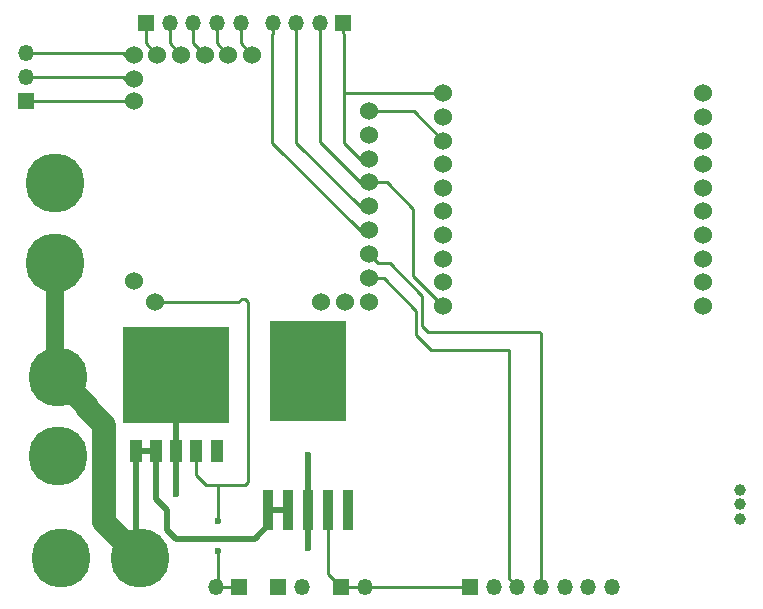
<source format=gbr>
G04 #@! TF.GenerationSoftware,KiCad,Pcbnew,5.0.0-rc3-unknown-3e22e5c~65~ubuntu16.04.1*
G04 #@! TF.CreationDate,2018-07-12T16:40:26-04:00*
G04 #@! TF.ProjectId,Phoenix_schema_ver3,50686F656E69785F736368656D615F76,rev?*
G04 #@! TF.SameCoordinates,Original*
G04 #@! TF.FileFunction,Copper,L1,Top,Signal*
G04 #@! TF.FilePolarity,Positive*
%FSLAX46Y46*%
G04 Gerber Fmt 4.6, Leading zero omitted, Abs format (unit mm)*
G04 Created by KiCad (PCBNEW 5.0.0-rc3-unknown-3e22e5c~65~ubuntu16.04.1) date Thu Jul 12 16:40:26 2018*
%MOMM*%
%LPD*%
G01*
G04 APERTURE LIST*
G04 #@! TA.AperFunction,ComponentPad*
%ADD10C,1.524000*%
G04 #@! TD*
G04 #@! TA.AperFunction,ComponentPad*
%ADD11O,1.350000X1.350000*%
G04 #@! TD*
G04 #@! TA.AperFunction,ComponentPad*
%ADD12R,1.350000X1.350000*%
G04 #@! TD*
G04 #@! TA.AperFunction,ComponentPad*
%ADD13C,1.000000*%
G04 #@! TD*
G04 #@! TA.AperFunction,ComponentPad*
%ADD14C,5.000000*%
G04 #@! TD*
G04 #@! TA.AperFunction,SMDPad,CuDef*
%ADD15R,0.965200X3.505200*%
G04 #@! TD*
G04 #@! TA.AperFunction,SMDPad,CuDef*
%ADD16R,6.553200X8.458200*%
G04 #@! TD*
G04 #@! TA.AperFunction,SMDPad,CuDef*
%ADD17R,1.060000X1.920000*%
G04 #@! TD*
G04 #@! TA.AperFunction,SMDPad,CuDef*
%ADD18R,9.090000X8.120000*%
G04 #@! TD*
G04 #@! TA.AperFunction,ViaPad*
%ADD19C,0.600000*%
G04 #@! TD*
G04 #@! TA.AperFunction,Conductor*
%ADD20C,0.250000*%
G04 #@! TD*
G04 #@! TA.AperFunction,Conductor*
%ADD21C,0.500000*%
G04 #@! TD*
G04 #@! TA.AperFunction,Conductor*
%ADD22C,1.500000*%
G04 #@! TD*
G04 #@! TA.AperFunction,Conductor*
%ADD23C,2.000000*%
G04 #@! TD*
G04 APERTURE END LIST*
D10*
G04 #@! TO.P,ELKA,D*
G04 #@! TO.N,Net-(E1-PadD)*
X133170477Y-85667204D03*
G04 #@! TO.P,ELKA,C*
G04 #@! TO.N,Net-(E1-PadC)*
X133170477Y-83667204D03*
G04 #@! TO.P,ELKA,B*
G04 #@! TO.N,Net-(E1-PadB)*
X133170477Y-81667204D03*
G04 #@! TO.P,ELKA,A*
G04 #@! TO.N,Net-(E1-PadA)*
X133170477Y-79667204D03*
G04 #@! TO.P,ELKA,12*
G04 #@! TO.N,Net-(E1-Pad12)*
X115011200Y-95834200D03*
G04 #@! TO.P,ELKA,11*
G04 #@! TO.N,Net-(E1-Pad11)*
X113233200Y-94056200D03*
G04 #@! TO.P,ELKA,E*
G04 #@! TO.N,Net-(E1-PadE)*
X133172200Y-87706200D03*
G04 #@! TO.P,ELKA,F*
G04 #@! TO.N,Net-(E1-PadF)*
X133172200Y-89738200D03*
G04 #@! TO.P,ELKA,G*
G04 #@! TO.N,Net-(E1-PadG)*
X133172200Y-91770200D03*
G04 #@! TO.P,ELKA,H*
G04 #@! TO.N,Net-(E1-PadH)*
X133172200Y-93802200D03*
G04 #@! TO.P,ELKA,10*
G04 #@! TO.N,Net-(E1-Pad10)*
X129108200Y-95834200D03*
G04 #@! TO.P,ELKA,9*
G04 #@! TO.N,Net-(E1-Pad9)*
X131140200Y-95834200D03*
G04 #@! TO.P,ELKA,I*
G04 #@! TO.N,Net-(E1-PadI)*
X133172200Y-95834200D03*
G04 #@! TO.P,ELKA,1*
G04 #@! TO.N,Net-(E1-Pad1)*
X113233200Y-78816200D03*
G04 #@! TO.P,ELKA,2*
G04 #@! TO.N,Net-(E1-Pad2)*
X113233200Y-76911200D03*
G04 #@! TO.P,ELKA,8*
G04 #@! TO.N,Net-(E1-Pad8)*
X123259200Y-74863200D03*
G04 #@! TO.P,ELKA,7*
G04 #@! TO.N,Net-(E1-Pad7)*
X121259200Y-74863200D03*
G04 #@! TO.P,ELKA,6*
G04 #@! TO.N,Net-(E1-Pad6)*
X119259200Y-74863200D03*
G04 #@! TO.P,ELKA,5*
G04 #@! TO.N,Net-(E1-Pad5)*
X117259200Y-74863200D03*
G04 #@! TO.P,ELKA,4*
G04 #@! TO.N,Net-(E1-Pad4)*
X115259200Y-74863200D03*
G04 #@! TO.P,ELKA,3*
G04 #@! TO.N,Net-(E1-Pad3)*
X113233200Y-74879200D03*
G04 #@! TD*
G04 #@! TO.P,Zigbee,1*
G04 #@! TO.N,Net-(E1-PadC)*
X139446000Y-78130400D03*
G04 #@! TO.P,Zigbee,2*
G04 #@! TO.N,Net-(E1-PadB)*
X139430000Y-80131000D03*
G04 #@! TO.P,Zigbee,3*
G04 #@! TO.N,Net-(E1-PadA)*
X139430000Y-82131000D03*
G04 #@! TO.P,Zigbee,4*
G04 #@! TO.N,Net-(U1-Pad4)*
X139430000Y-84131000D03*
G04 #@! TO.P,Zigbee,5*
G04 #@! TO.N,Net-(U1-Pad5)*
X139430000Y-86131000D03*
G04 #@! TO.P,Zigbee,6*
G04 #@! TO.N,Net-(U1-Pad6)*
X139430000Y-88131000D03*
G04 #@! TO.P,Zigbee,7*
G04 #@! TO.N,Net-(U1-Pad7)*
X139430000Y-90131000D03*
G04 #@! TO.P,Zigbee,8*
G04 #@! TO.N,Net-(U1-Pad8)*
X139430000Y-92131000D03*
G04 #@! TO.P,Zigbee,9*
G04 #@! TO.N,Net-(U1-Pad9)*
X139430000Y-94131000D03*
G04 #@! TO.P,Zigbee,10*
G04 #@! TO.N,Net-(E1-PadD)*
X139430000Y-96131000D03*
G04 #@! TO.P,Zigbee,20*
G04 #@! TO.N,Net-(U1-Pad20)*
X161442400Y-78079600D03*
G04 #@! TO.P,Zigbee,19*
G04 #@! TO.N,Net-(U1-Pad19)*
X161430000Y-80131000D03*
G04 #@! TO.P,Zigbee,18*
G04 #@! TO.N,Net-(U1-Pad18)*
X161430000Y-82131000D03*
G04 #@! TO.P,Zigbee,17*
G04 #@! TO.N,Net-(U1-Pad17)*
X161430000Y-84131000D03*
G04 #@! TO.P,Zigbee,16*
G04 #@! TO.N,Net-(U1-Pad16)*
X161430000Y-86131000D03*
G04 #@! TO.P,Zigbee,15*
G04 #@! TO.N,Net-(U1-Pad15)*
X161430000Y-88131000D03*
G04 #@! TO.P,Zigbee,14*
G04 #@! TO.N,Net-(U1-Pad14)*
X161430000Y-90131000D03*
G04 #@! TO.P,Zigbee,13*
G04 #@! TO.N,Net-(U1-Pad13)*
X161430000Y-92131000D03*
G04 #@! TO.P,Zigbee,12*
G04 #@! TO.N,Net-(U1-Pad12)*
X161430000Y-94131000D03*
G04 #@! TO.P,Zigbee,11*
G04 #@! TO.N,Net-(U1-Pad11)*
X161430000Y-96131000D03*
G04 #@! TD*
D11*
G04 #@! TO.P,J9\002CJ15,5*
G04 #@! TO.N,Net-(J9\002CJ15-Pad5)*
X153732000Y-119888000D03*
G04 #@! TO.P,J9\002CJ15,4*
G04 #@! TO.N,Net-(J9\002CJ15-Pad4)*
X151732000Y-119888000D03*
G04 #@! TO.P,J9\002CJ15,3*
G04 #@! TO.N,Net-(J9\002CJ15-Pad3)*
X149732000Y-119888000D03*
G04 #@! TO.P,J9\002CJ15,6*
G04 #@! TO.N,Net-(E1-PadG)*
X147732000Y-119888000D03*
G04 #@! TO.P,J9\002CJ15,7*
G04 #@! TO.N,Net-(E1-PadH)*
X145732000Y-119888000D03*
G04 #@! TO.P,J9\002CJ15,2*
G04 #@! TO.N,Net-(E1-Pad11)*
X143732000Y-119888000D03*
D12*
G04 #@! TO.P,J9\002CJ15,1*
G04 #@! TO.N,Net-(J5-Pad1)*
X141732000Y-119888000D03*
G04 #@! TD*
D13*
G04 #@! TO.P,R1,3*
G04 #@! TO.N,Net-(J9\002CJ15-Pad5)*
X164541200Y-114144400D03*
G04 #@! TO.P,R1,2*
G04 #@! TO.N,Net-(J9\002CJ15-Pad4)*
X164541200Y-112928400D03*
G04 #@! TO.P,R1,1*
G04 #@! TO.N,Net-(J9\002CJ15-Pad3)*
X164541200Y-111712400D03*
G04 #@! TD*
D12*
G04 #@! TO.P,To ESCs,1*
G04 #@! TO.N,Net-(E1-Pad4)*
X114300000Y-72136000D03*
D11*
G04 #@! TO.P,To ESCs,2*
G04 #@! TO.N,Net-(E1-Pad5)*
X116300000Y-72136000D03*
G04 #@! TO.P,To ESCs,3*
G04 #@! TO.N,Net-(E1-Pad6)*
X118300000Y-72136000D03*
G04 #@! TO.P,To ESCs,4*
G04 #@! TO.N,Net-(E1-Pad7)*
X120300000Y-72136000D03*
G04 #@! TO.P,To ESCs,5*
G04 #@! TO.N,Net-(E1-Pad8)*
X122300000Y-72136000D03*
G04 #@! TD*
D14*
G04 #@! TO.P,To EScs,1*
G04 #@! TO.N,Net-(E1-Pad11)*
X106553000Y-85725000D03*
G04 #@! TO.P,To EScs,2*
G04 #@! TO.N,Net-(J1-Pad2)*
X106553000Y-92456000D03*
G04 #@! TD*
G04 #@! TO.P,J1,1*
G04 #@! TO.N,Net-(E1-Pad11)*
X106807000Y-108839000D03*
G04 #@! TO.P,J1,2*
G04 #@! TO.N,Net-(J1-Pad2)*
X106807000Y-102108000D03*
G04 #@! TD*
D12*
G04 #@! TO.P,J16,1*
G04 #@! TO.N,Net-(E1-PadC)*
X131000000Y-72136000D03*
D11*
G04 #@! TO.P,J16,2*
G04 #@! TO.N,Net-(E1-PadD)*
X129000000Y-72136000D03*
G04 #@! TO.P,J16,3*
G04 #@! TO.N,Net-(E1-PadE)*
X127000000Y-72136000D03*
G04 #@! TO.P,J16,4*
G04 #@! TO.N,Net-(E1-PadF)*
X125000000Y-72136000D03*
G04 #@! TD*
D12*
G04 #@! TO.P,J3,1*
G04 #@! TO.N,Net-(E1-Pad12)*
X122174000Y-119888000D03*
D11*
G04 #@! TO.P,J3,2*
X120174000Y-119888000D03*
G04 #@! TD*
D12*
G04 #@! TO.P,J4,1*
G04 #@! TO.N,Net-(E1-Pad11)*
X125476000Y-119888000D03*
D11*
G04 #@! TO.P,J4,2*
X127476000Y-119888000D03*
G04 #@! TD*
D12*
G04 #@! TO.P,J5,1*
G04 #@! TO.N,Net-(J5-Pad1)*
X130810000Y-119888000D03*
D11*
G04 #@! TO.P,J5,2*
X132810000Y-119888000D03*
G04 #@! TD*
D14*
G04 #@! TO.P,J6,1*
G04 #@! TO.N,Net-(E1-Pad11)*
X107061000Y-117475000D03*
G04 #@! TO.P,J6,2*
G04 #@! TO.N,Net-(J1-Pad2)*
X113792000Y-117475000D03*
G04 #@! TD*
D15*
G04 #@! TO.P,,1*
G04 #@! TO.N,Net-(J1-Pad2)*
X124612400Y-113449100D03*
G04 #@! TO.P,,2*
X126314200Y-113449100D03*
G04 #@! TO.P,,3*
G04 #@! TO.N,Net-(E1-Pad11)*
X128016000Y-113449100D03*
G04 #@! TO.P,,4*
G04 #@! TO.N,Net-(J5-Pad1)*
X129717800Y-113449100D03*
G04 #@! TO.P,,5*
G04 #@! TO.N,Net-(U2-Pad5)*
X131419600Y-113449100D03*
D16*
G04 #@! TO.P,,6*
G04 #@! TO.N,Net-(U2-Pad6)*
X128016000Y-101650800D03*
G04 #@! TD*
D17*
G04 #@! TO.P,,1*
G04 #@! TO.N,Net-(J1-Pad2)*
X113400000Y-108372000D03*
G04 #@! TO.P,,2*
X115120000Y-108372000D03*
G04 #@! TO.P,,3*
G04 #@! TO.N,Net-(E1-Pad11)*
X116840000Y-108372000D03*
G04 #@! TO.P,,4*
G04 #@! TO.N,Net-(E1-Pad12)*
X118560000Y-108372000D03*
G04 #@! TO.P,,5*
G04 #@! TO.N,Net-(U3-Pad5)*
X120280000Y-108372000D03*
D18*
G04 #@! TO.P,,6*
G04 #@! TO.N,Net-(E1-Pad11)*
X116840000Y-101992000D03*
G04 #@! TD*
D12*
G04 #@! TO.P,,1*
G04 #@! TO.N,Net-(E1-Pad1)*
X104140000Y-78740000D03*
D11*
G04 #@! TO.P,,2*
G04 #@! TO.N,Net-(E1-Pad2)*
X104140000Y-76740000D03*
G04 #@! TO.P,,3*
G04 #@! TO.N,Net-(E1-Pad3)*
X104140000Y-74740000D03*
G04 #@! TD*
D19*
G04 #@! TO.N,Net-(E1-Pad12)*
X120396000Y-114300000D03*
X120396000Y-116840000D03*
G04 #@! TO.N,Net-(E1-Pad11)*
X128016000Y-108712000D03*
X128016000Y-116586000D03*
X116840000Y-112014000D03*
G04 #@! TD*
D20*
G04 #@! TO.N,Net-(E1-PadH)*
X145034000Y-119190000D02*
X145732000Y-119888000D01*
X145034000Y-99822000D02*
X145034000Y-119190000D01*
X133172200Y-93802200D02*
X134442200Y-93802200D01*
X137160000Y-98552000D02*
X138430000Y-99822000D01*
X138430000Y-99822000D02*
X145034000Y-99822000D01*
X134442200Y-93802200D02*
X137160000Y-96520000D01*
X137160000Y-96520000D02*
X137160000Y-98552000D01*
G04 #@! TO.N,Net-(E1-PadG)*
X138176000Y-98298000D02*
X147574000Y-98298000D01*
X137668000Y-97790000D02*
X138176000Y-98298000D01*
X147574000Y-98298000D02*
X147732000Y-98456000D01*
X134950199Y-92532199D02*
X137668000Y-95250000D01*
X147732000Y-98456000D02*
X147732000Y-119888000D01*
X137668000Y-95250000D02*
X137668000Y-97790000D01*
X134950199Y-92532199D02*
X133934199Y-92532199D01*
X133172200Y-91770200D02*
X133934199Y-92532199D01*
G04 #@! TO.N,Net-(E1-PadF)*
X125000000Y-73090594D02*
X124968000Y-73122594D01*
X125000000Y-72136000D02*
X125000000Y-73090594D01*
X124968000Y-82296000D02*
X132410200Y-89738200D01*
X124968000Y-73122594D02*
X124968000Y-82296000D01*
G04 #@! TO.N,Net-(E1-PadE)*
X127000000Y-82296000D02*
X132410200Y-87706200D01*
X127000000Y-72136000D02*
X127000000Y-82296000D01*
G04 #@! TO.N,Net-(E1-PadD)*
X129000000Y-73090594D02*
X129032000Y-73122594D01*
X129000000Y-72136000D02*
X129000000Y-73090594D01*
X129032000Y-82290727D02*
X132408477Y-85667204D01*
X129032000Y-73122594D02*
X129032000Y-82290727D01*
X134689204Y-85667204D02*
X136906000Y-87884000D01*
X136906000Y-93607000D02*
X139430000Y-96131000D01*
X136906000Y-87884000D02*
X136906000Y-93607000D01*
X134689204Y-85667204D02*
X133170477Y-85667204D01*
G04 #@! TO.N,Net-(E1-PadC)*
X131000000Y-73061000D02*
X131064000Y-73125000D01*
X131000000Y-72136000D02*
X131000000Y-73061000D01*
X131064000Y-82322727D02*
X132408477Y-83667204D01*
X131165600Y-78130400D02*
X131064000Y-78232000D01*
X139446000Y-78130400D02*
X131165600Y-78130400D01*
X131064000Y-78232000D02*
X131064000Y-82322727D01*
X131064000Y-73125000D02*
X131064000Y-78232000D01*
G04 #@! TO.N,Net-(E1-PadA)*
X136966204Y-79667204D02*
X139430000Y-82131000D01*
X133170477Y-79667204D02*
X136966204Y-79667204D01*
G04 #@! TO.N,Net-(E1-Pad3)*
X112332000Y-74740000D02*
X112471200Y-74879200D01*
X104140000Y-74740000D02*
X112332000Y-74740000D01*
G04 #@! TO.N,Net-(E1-Pad2)*
X112300000Y-76740000D02*
X112471200Y-76911200D01*
X104140000Y-76740000D02*
X112300000Y-76740000D01*
G04 #@! TO.N,Net-(E1-Pad1)*
X112395000Y-78740000D02*
X112471200Y-78816200D01*
X104140000Y-78740000D02*
X112395000Y-78740000D01*
G04 #@! TO.N,Net-(E1-Pad4)*
X114497200Y-72333200D02*
X114300000Y-72136000D01*
X114300000Y-73904000D02*
X115259200Y-74863200D01*
X114300000Y-72136000D02*
X114300000Y-73904000D01*
G04 #@! TO.N,Net-(E1-Pad5)*
X116300000Y-73904000D02*
X117259200Y-74863200D01*
X116300000Y-72136000D02*
X116300000Y-73904000D01*
G04 #@! TO.N,Net-(E1-Pad6)*
X118300000Y-73904000D02*
X119259200Y-74863200D01*
X118300000Y-72136000D02*
X118300000Y-73904000D01*
G04 #@! TO.N,Net-(E1-Pad7)*
X120300000Y-73904000D02*
X121259200Y-74863200D01*
X120300000Y-72136000D02*
X120300000Y-73904000D01*
G04 #@! TO.N,Net-(E1-Pad8)*
X122300000Y-73904000D02*
X123259200Y-74863200D01*
X122300000Y-72136000D02*
X122300000Y-73904000D01*
G04 #@! TO.N,Net-(E1-Pad12)*
X120174000Y-119888000D02*
X122174000Y-119888000D01*
X118560000Y-110432000D02*
X118560000Y-108372000D01*
X119380000Y-111252000D02*
X118560000Y-110432000D01*
X122682000Y-111252000D02*
X121666000Y-111252000D01*
X122936000Y-110998000D02*
X122682000Y-111252000D01*
X122936000Y-95758000D02*
X122936000Y-110998000D01*
X122682000Y-95504000D02*
X122936000Y-95758000D01*
X120396000Y-111252000D02*
X120396000Y-114300000D01*
X121666000Y-111252000D02*
X120396000Y-111252000D01*
X120396000Y-111252000D02*
X119380000Y-111252000D01*
X120396000Y-119666000D02*
X120174000Y-119888000D01*
X120396000Y-116840000D02*
X120396000Y-119666000D01*
X115011200Y-95834200D02*
X122097800Y-95834200D01*
X122428000Y-95504000D02*
X122682000Y-95504000D01*
X122097800Y-95834200D02*
X122428000Y-95504000D01*
D21*
G04 #@! TO.N,Net-(E1-Pad11)*
X128016000Y-108712000D02*
X128016000Y-113449100D01*
X128016000Y-113449100D02*
X128016000Y-116586000D01*
X116840000Y-108372000D02*
X116840000Y-112014000D01*
X116840000Y-108372000D02*
X116840000Y-101992000D01*
D22*
G04 #@! TO.N,Net-(J1-Pad2)*
X106553000Y-92456000D02*
X106553000Y-101854000D01*
D20*
X106553000Y-101854000D02*
X106807000Y-102108000D01*
D21*
X124612400Y-113449100D02*
X126314200Y-113449100D01*
X115120000Y-108372000D02*
X115120000Y-112464000D01*
X115120000Y-112464000D02*
X116105100Y-113449100D01*
X113400000Y-108372000D02*
X115120000Y-108372000D01*
X113400000Y-108372000D02*
X113400000Y-117083000D01*
D20*
X113400000Y-117083000D02*
X113792000Y-117475000D01*
X106807000Y-102108000D02*
X106807000Y-102287000D01*
X124612400Y-114719100D02*
X124612400Y-113449100D01*
D21*
X116105100Y-113449100D02*
X116105100Y-115089100D01*
X116105100Y-115089100D02*
X116840000Y-115824000D01*
X116840000Y-115824000D02*
X123507500Y-115824000D01*
X123507500Y-115824000D02*
X124612400Y-114719100D01*
D20*
X109306999Y-104607999D02*
X109306999Y-104734999D01*
D23*
X106807000Y-102108000D02*
X109306999Y-104607999D01*
X109306999Y-104734999D02*
X110744000Y-106172000D01*
X110744000Y-114427000D02*
X113792000Y-117475000D01*
X110744000Y-106172000D02*
X110744000Y-114427000D01*
D20*
G04 #@! TO.N,Net-(J5-Pad1)*
X129717800Y-113449100D02*
X129717800Y-118795800D01*
X129717800Y-118795800D02*
X130810000Y-119888000D01*
X130987800Y-119710200D02*
X130810000Y-119888000D01*
X130810000Y-119888000D02*
X132810000Y-119888000D01*
X132810000Y-119888000D02*
X142240000Y-119888000D01*
G04 #@! TD*
M02*

</source>
